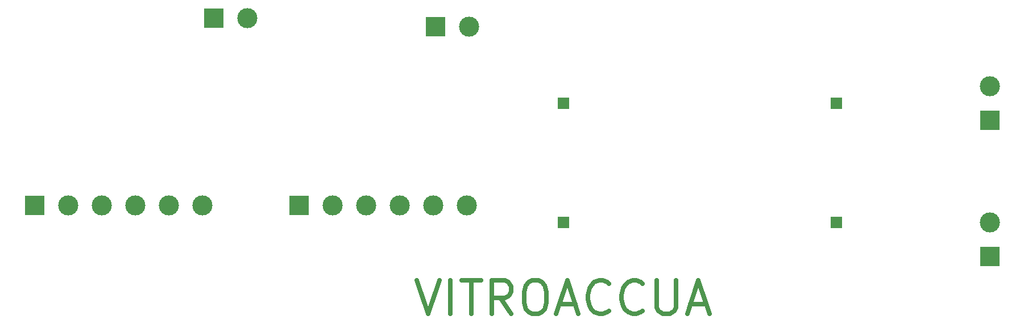
<source format=gbr>
G04 #@! TF.GenerationSoftware,KiCad,Pcbnew,(5.1.5)-1*
G04 #@! TF.CreationDate,2020-02-15T15:22:26-05:00*
G04 #@! TF.ProjectId,potencia,706f7465-6e63-4696-912e-6b696361645f,rev?*
G04 #@! TF.SameCoordinates,Original*
G04 #@! TF.FileFunction,Copper,L1,Top*
G04 #@! TF.FilePolarity,Positive*
%FSLAX46Y46*%
G04 Gerber Fmt 4.6, Leading zero omitted, Abs format (unit mm)*
G04 Created by KiCad (PCBNEW (5.1.5)-1) date 2020-02-15 15:22:26*
%MOMM*%
%LPD*%
G04 APERTURE LIST*
%ADD10C,0.700000*%
%ADD11R,3.000000X3.000000*%
%ADD12C,3.000000*%
%ADD13R,1.700000X1.700000*%
G04 APERTURE END LIST*
D10*
X119184285Y-112831904D02*
X120850952Y-117831904D01*
X122517619Y-112831904D01*
X124184285Y-117831904D02*
X124184285Y-112831904D01*
X125850952Y-112831904D02*
X128708095Y-112831904D01*
X127279523Y-117831904D02*
X127279523Y-112831904D01*
X133231904Y-117831904D02*
X131565238Y-115450952D01*
X130374761Y-117831904D02*
X130374761Y-112831904D01*
X132279523Y-112831904D01*
X132755714Y-113070000D01*
X132993809Y-113308095D01*
X133231904Y-113784285D01*
X133231904Y-114498571D01*
X132993809Y-114974761D01*
X132755714Y-115212857D01*
X132279523Y-115450952D01*
X130374761Y-115450952D01*
X136327142Y-112831904D02*
X137279523Y-112831904D01*
X137755714Y-113070000D01*
X138231904Y-113546190D01*
X138470000Y-114498571D01*
X138470000Y-116165238D01*
X138231904Y-117117619D01*
X137755714Y-117593809D01*
X137279523Y-117831904D01*
X136327142Y-117831904D01*
X135850952Y-117593809D01*
X135374761Y-117117619D01*
X135136666Y-116165238D01*
X135136666Y-114498571D01*
X135374761Y-113546190D01*
X135850952Y-113070000D01*
X136327142Y-112831904D01*
X140374761Y-116403333D02*
X142755714Y-116403333D01*
X139898571Y-117831904D02*
X141565238Y-112831904D01*
X143231904Y-117831904D01*
X147755714Y-117355714D02*
X147517619Y-117593809D01*
X146803333Y-117831904D01*
X146327142Y-117831904D01*
X145612857Y-117593809D01*
X145136666Y-117117619D01*
X144898571Y-116641428D01*
X144660476Y-115689047D01*
X144660476Y-114974761D01*
X144898571Y-114022380D01*
X145136666Y-113546190D01*
X145612857Y-113070000D01*
X146327142Y-112831904D01*
X146803333Y-112831904D01*
X147517619Y-113070000D01*
X147755714Y-113308095D01*
X152755714Y-117355714D02*
X152517619Y-117593809D01*
X151803333Y-117831904D01*
X151327142Y-117831904D01*
X150612857Y-117593809D01*
X150136666Y-117117619D01*
X149898571Y-116641428D01*
X149660476Y-115689047D01*
X149660476Y-114974761D01*
X149898571Y-114022380D01*
X150136666Y-113546190D01*
X150612857Y-113070000D01*
X151327142Y-112831904D01*
X151803333Y-112831904D01*
X152517619Y-113070000D01*
X152755714Y-113308095D01*
X154898571Y-112831904D02*
X154898571Y-116879523D01*
X155136666Y-117355714D01*
X155374761Y-117593809D01*
X155850952Y-117831904D01*
X156803333Y-117831904D01*
X157279523Y-117593809D01*
X157517619Y-117355714D01*
X157755714Y-116879523D01*
X157755714Y-112831904D01*
X159898571Y-116403333D02*
X162279523Y-116403333D01*
X159422380Y-117831904D02*
X161089047Y-112831904D01*
X162755714Y-117831904D01*
D11*
X88900000Y-73660000D03*
D12*
X93900000Y-73660000D03*
D11*
X62230000Y-101600000D03*
D12*
X67230000Y-101600000D03*
X72230000Y-101600000D03*
X77230000Y-101600000D03*
X82230000Y-101600000D03*
X87230000Y-101600000D03*
X126600000Y-101600000D03*
X121600000Y-101600000D03*
X116600000Y-101600000D03*
X111600000Y-101600000D03*
X106600000Y-101600000D03*
D11*
X101600000Y-101600000D03*
X121920000Y-74930000D03*
D12*
X126920000Y-74930000D03*
D13*
X140970000Y-86360000D03*
X140970000Y-104140000D03*
X181610000Y-104140000D03*
X181610000Y-86360000D03*
D12*
X204470000Y-83900000D03*
D11*
X204470000Y-88900000D03*
D12*
X204470000Y-104220000D03*
D11*
X204470000Y-109220000D03*
M02*

</source>
